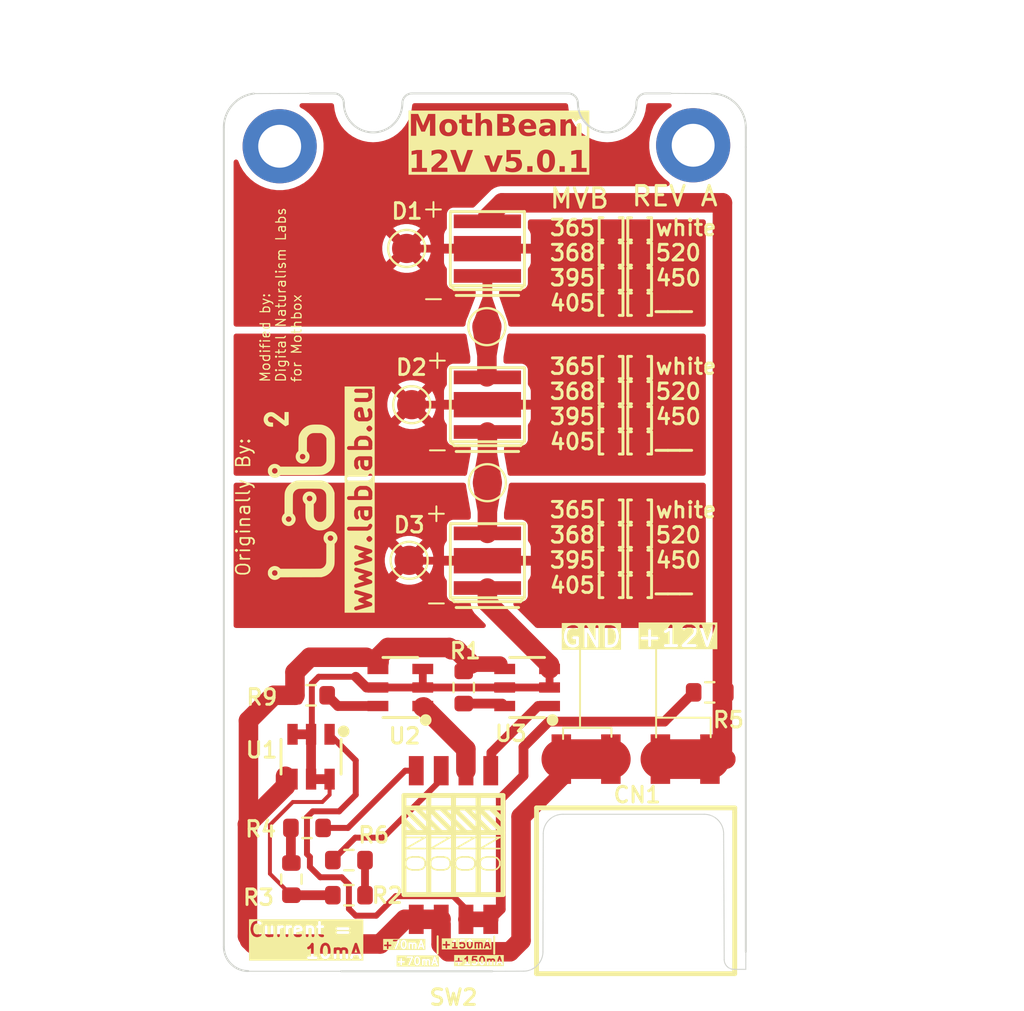
<source format=kicad_pcb>
(kicad_pcb (version 20241229) (generator "pcbnew") (generator_version "9.0")
  (layers (0 "F.Cu" signal) (2 "B.Cu" signal) (13 "F.Paste" user) (15 "B.Paste" user) (5 "F.SilkS" user "F.Silkscreen") (7 "B.SilkS" user "B.Silkscreen") (1 "F.Mask" user) (3 "B.Mask" user) (25 "Edge.Cuts" user))
  (net 0 "")
  (net 1 "/LED-")
  (net 2 "Net-(U3-REXT)")
  (net 3 "/LED+")
  (net 4 "EN")
  (net 5 "GND")
  (net 6 "Net-(R4-Pad2)")
  (net 7 "Net-(U2-REXT)")
  (net 8 "/T1")
  (net 9 "/T2")
  (net 10 "/T3")
  (net 11 "Net-(R6-Pad2)")
  (net 12 "Net-(R2-Pad2)")
  (net 13 "Net-(R3-Pad2)")
  (net 14 "Net-(U2-EN)")
  (net 15 "Net-(U3-EN)")
  (net 16 "Net-(D1--)")
  (net 17 "Net-(D2-A)")
  (footprint "MountingHole:MountingHole_2.2mm_M2_DIN965_Pad" (layer "F.Cu") (at 102.1 32.7)
    (property "Reference" "REF**" (hide yes))
    (property "Value" "MountingHole_2.2mm_M2_DIN965_Pad")
    (pad "1" thru_hole circle (at 0 0) (size 3.8 3.8) (drill 2.2) (layers "*.Cu" "*.Mask"))
  )
  (footprint "easyeda2kicad:SW-SMD_8P-L6.7-W5.4-P1.27-LS8.5" (layer "F.Cu") (at 111.011776 68.526537 180)
    (property "Reference" "SW2" (at 0 -7.81 0) (layer "F.SilkS") (effects (font (size 0.8 0.8))))
    (property "Value" "SW_DIP_x04")
    (fp_text user "ON" (at 1.91 -1.52 90) (layer "F.SilkS") (effects (font (thickness 0.08)) (justify left)))
    (fp_text user "ON" (at -0.64 -1.52 90) (layer "F.SilkS") (effects (font (thickness 0.08)) (justify left)))
    (fp_text user "ON" (at -1.91 -1.52 90) (layer "F.SilkS") (effects (font (thickness 0.08)) (justify left)))
    (fp_text user "ON" (at 0.63 -1.52 90) (layer "F.SilkS") (effects (font (thickness 0.08)) (justify left)))
    (pad "1" smd rect (at -1.91 3.81 90) (size 1.5 0.76) (layers "F.Cu" "F.Mask" "F.Paste") (net 15 "Net-(U3-EN)"))
    (pad "2" smd rect (at -0.64 3.81 90) (size 1.5 0.76) (layers "F.Cu" "F.Mask" "F.Paste") (net 14 "Net-(U2-EN)"))
    (pad "3" smd rect (at 0.63 3.81 90) (size 1.5 0.76) (layers "F.Cu" "F.Mask" "F.Paste") (net 11 "Net-(R6-Pad2)"))
    (pad "4" smd rect (at 1.91 3.81 90) (size 1.5 0.76) (layers "F.Cu" "F.Mask" "F.Paste") (net 6 "Net-(R4-Pad2)"))
    (pad "5" smd rect (at 1.91 -3.81 90) (size 1.5 0.76) (layers "F.Cu" "F.Mask" "F.Paste") (net 5 "GND"))
    (pad "6" smd rect (at 0.63 -3.81 90) (size 1.5 0.76) (layers "F.Cu" "F.Mask" "F.Paste") (net 5 "GND"))
    (pad "7" smd rect (at -0.64 -3.81 90) (size 1.5 0.76) (layers "F.Cu" "F.Mask" "F.Paste") (net 4 "EN"))
    (pad "8" smd rect (at -1.91 -3.81 90) (size 1.5 0.76) (layers "F.Cu" "F.Mask" "F.Paste") (net 4 "EN"))
  )
  (footprint "Resistor_SMD:R_0603_1608Metric" (layer "F.Cu") (at 105.65 69.3 180)
    (property "Reference" "R6" (at -1.272231 1.281084 180) (layer "F.SilkS") (effects (font (size 0.8 0.8))))
    (property "Value" "5.1 1/3 W")
    (pad "1" smd roundrect (at -0.825 0 180) (size 0.8 0.95) (layers "F.Cu" "F.Mask" "F.Paste") (net 12 "Net-(R2-Pad2)"))
    (pad "2" smd roundrect (at 0.825 0 180) (size 0.8 0.95) (layers "F.Cu" "F.Mask" "F.Paste") (net 11 "Net-(R6-Pad2)"))
  )
  (footprint "MountingHole:MountingHole_2.2mm_M2_DIN965_Pad" (layer "F.Cu") (at 123.3 32.65)
    (property "Reference" "REF**" (hide yes))
    (property "Value" "MountingHole_2.2mm_M2_DIN965_Pad")
    (pad "1" thru_hole circle (at 0 0) (size 3.8 3.8) (drill 2.2) (layers "*.Cu" "*.Mask"))
  )
  (footprint "Resistor_SMD:R_0603_1608Metric" (layer "F.Cu") (at 103.709107 60.85 180)
    (property "Reference" "R9" (at 2.520185 -0.097834 180) (layer "F.SilkS") (effects (font (size 0.8 0.8))))
    (property "Value" "5.1 1/3 W")
    (pad "1" smd roundrect (at -0.825 0 180) (size 0.8 0.95) (layers "F.Cu" "F.Mask" "F.Paste") (net 7 "Net-(U2-REXT)"))
    (pad "2" smd roundrect (at 0.825 0 180) (size 0.8 0.95) (layers "F.Cu" "F.Mask" "F.Paste") (net 5 "GND"))
  )
  (footprint "TestPoint:TestPoint_Pad_D1.5mm" (layer "F.Cu") (at 112.75 49.95)
    (property "Reference" "TP1" (hide yes))
    (property "Value" "LED2+")
    (pad "1" smd circle (at 0 0) (size 1.5 1.5) (layers "F.Cu" "F.Mask") (net 17 "Net-(D2-A)"))
  )
  (footprint "TestPoint:TestPoint_Pad_D1.5mm" (layer "F.Cu") (at 108.61 37.94)
    (property "Reference" "TP2" (hide yes))
    (property "Value" "LED2+")
    (pad "1" smd circle (at 0 0) (size 1.5 1.5) (layers "F.Cu" "F.Mask") (net 8 "/T1"))
  )
  (footprint "TestPoint:TestPoint_Pad_D1.5mm" (layer "F.Cu") (at 108.74 53.93)
    (property "Reference" "TP5" (hide yes))
    (property "Value" "LED2+")
    (pad "1" smd circle (at 0 0) (size 1.5 1.5) (layers "F.Cu" "F.Mask") (net 10 "/T3"))
  )
  (footprint "easyeda2kicad:SOT-23-6_L2.9-W1.6-P0.95-LS2.8-BL" (layer "F.Cu") (at 103.709107 64 180)
    (property "Reference" "U1" (at 2.537559 0.341874 0) (layer "F.SilkS") (effects (font (size 0.8 0.8))))
    (property "Value" "BCR421U")
    (pad "1" smd rect (at -0.95 1.15 180) (size 0.53 1.07) (layers "F.Cu" "F.Mask" "F.Paste") (net 4 "EN"))
    (pad "2" smd rect (at 0 1.15 180) (size 0.53 1.07) (layers "F.Cu" "F.Mask" "F.Paste") (net 1 "/LED-"))
    (pad "3" smd rect (at 0.95 1.15 180) (size 0.53 1.07) (layers "F.Cu" "F.Mask" "F.Paste") (net 1 "/LED-"))
    (pad "4" smd rect (at 0.95 -1.15 180) (size 0.53 1.07) (layers "F.Cu" "F.Mask" "F.Paste") (net 5 "GND"))
    (pad "5" smd rect (at 0 -1.15 180) (size 0.53 1.07) (layers "F.Cu" "F.Mask" "F.Paste") (net 1 "/LED-"))
    (pad "6" smd rect (at -0.95 -1.15 180) (size 0.53 1.07) (layers "F.Cu" "F.Mask" "F.Paste") (net 1 "/LED-"))
  )
  (footprint "TestPoint:TestPoint_Pad_D1.5mm" (layer "F.Cu") (at 112.7246 41.95)
    (property "Reference" "TP3" (hide yes))
    (property "Value" "LED2+" (hide yes))
    (pad "1" smd circle (at 0 0) (size 1.5 1.5) (layers "F.Cu" "F.Mask") (net 16 "Net-(D1--)"))
  )
  (footprint "Resistor_SMD:R_0603_1608Metric" (layer "F.Cu") (at 111.5375 60.45 90)
    (property "Reference" "R1" (at 1.875323 0.076744 180) (layer "F.SilkS") (effects (font (size 0.8 0.8))))
    (property "Value" "5.1 1/3 W")
    (pad "1" smd roundrect (at -0.825 0 90) (size 0.8 0.95) (layers "F.Cu" "F.Mask" "F.Paste") (net 2 "Net-(U3-REXT)"))
    (pad "2" smd roundrect (at 0.825 0 90) (size 0.8 0.95) (layers "F.Cu" "F.Mask" "F.Paste") (net 5 "GND"))
  )
  (footprint "Resistor_SMD:R_0603_1608Metric" (layer "F.Cu") (at 103.5 67.65)
    (property "Reference" "R4" (at -2.375421 0.061806 0) (layer "F.SilkS") (effects (font (size 0.8 0.8))))
    (property "Value" "5.1 1/3 W")
    (pad "1" smd roundrect (at -0.825 0) (size 0.8 0.95) (layers "F.Cu" "F.Mask" "F.Paste") (net 13 "Net-(R3-Pad2)"))
    (pad "2" smd roundrect (at 0.825 0) (size 0.8 0.95) (layers "F.Cu" "F.Mask" "F.Paste") (net 6 "Net-(R4-Pad2)"))
  )
  (footprint "easyeda2kicad:HDR-SMD_4P-P2.54-H-F" (layer "F.Cu") (at 120.35 64.1225)
    (property "Reference" "CN1" (at 0.079908 1.834649 0) (layer "F.SilkS") (effects (font (size 0.8 0.8))))
    (property "Value" "X6511FRS-04-C85D30")
    (pad "1" smd rect (at -3.81 0) (size 1 2.54) (layers "F.Cu" "F.Mask" "F.Paste") (net 5 "GND"))
    (pad "2" smd rect (at -1.27 0) (size 1 2.54) (layers "F.Cu" "F.Mask" "F.Paste") (net 5 "GND"))
    (pad "3" smd rect (at 1.27 0) (size 1 2.54) (layers "F.Cu" "F.Mask" "F.Paste") (net 3 "/LED+"))
    (pad "4" smd rect (at 3.81 0) (size 1 2.54) (layers "F.Cu" "F.Mask" "F.Paste") (net 3 "/LED+"))
  )
  (footprint "Resistor_SMD:R_0603_1608Metric" (layer "F.Cu") (at 124.15 60.7 180)
    (property "Reference" "R5" (at -0.957592 -1.409566 180) (layer "F.SilkS") (effects (font (size 0.8 0.8))))
    (property "Value" "5.1 1/3 W")
    (pad "1" smd roundrect (at -0.825 0 180) (size 0.8 0.95) (layers "F.Cu" "F.Mask" "F.Paste") (net 3 "/LED+"))
    (pad "2" smd roundrect (at 0.825 0 180) (size 0.8 0.95) (layers "F.Cu" "F.Mask" "F.Paste") (net 4 "EN"))
  )
  (footprint "easyeda2kicad:LED-SMD_3P-L3.5-W3.5-R-RD-C" (layer "F.Cu") (at 112.75 37.95 90)
    (property "Reference" "D1" (at 1.919026 -4.121881 180) (layer "F.SilkS") (effects (font (size 0.8 0.8))))
    (property "Value" "LED1")
    (pad "1" smd rect (at 1.4 0 90) (size 0.7 3.45) (layers "F.Cu" "F.Mask" "F.Paste") (net 3 "/LED+"))
    (pad "2" smd rect (at -1.4 0 90) (size 0.7 3.45) (layers "F.Cu" "F.Mask" "F.Paste") (net 16 "Net-(D1--)"))
    (pad "3" smd rect (at 0 0 90) (size 1.3 3.45) (layers "F.Cu" "F.Mask" "F.Paste") (net 8 "/T1"))
  )
  (footprint "easyeda2kicad:SOT-23-6_L2.9-W1.6-P0.95-LS2.8-BL" (layer "F.Cu") (at 108.2875 60.45 90)
    (property "Reference" "U2" (at -2.487745 0.215318 180) (layer "F.SilkS") (effects (font (size 0.8 0.8))))
    (property "Value" "BCR421U")
    (pad "1" smd rect (at -0.95 1.15 90) (size 0.53 1.07) (layers "F.Cu" "F.Mask" "F.Paste") (net 14 "Net-(U2-EN)"))
    (pad "2" smd rect (at 0 1.15 90) (size 0.53 1.07) (layers "F.Cu" "F.Mask" "F.Paste") (net 1 "/LED-"))
    (pad "3" smd rect (at 0.95 1.15 90) (size 0.53 1.07) (layers "F.Cu" "F.Mask" "F.Paste") (net 1 "/LED-"))
    (pad "4" smd rect (at 0.95 -1.15 90) (size 0.53 1.07) (layers "F.Cu" "F.Mask" "F.Paste") (net 5 "GND"))
    (pad "5" smd rect (at 0 -1.15 90) (size 0.53 1.07) (layers "F.Cu" "F.Mask" "F.Paste") (net 1 "/LED-"))
    (pad "6" smd rect (at -0.95 -1.15 90) (size 0.53 1.07) (layers "F.Cu" "F.Mask" "F.Paste") (net 7 "Net-(U2-REXT)"))
  )
  (footprint "LabLab:logo_10mm_5mm" (layer "F.Cu") (at 103.14542 50.763703 90)
    (property "Reference" "H1" (hide yes))
    (property "Value" "LabLab Logo" (hide yes))
  )
  (footprint "Resistor_SMD:R_0603_1608Metric" (layer "F.Cu") (at 102.7 70.275 90)
    (property "Reference" "R3" (at -0.940671 -1.684815 180) (layer "F.SilkS") (effects (font (size 0.8 0.8))))
    (property "Value" "5.1 1/3 W")
    (pad "1" smd roundrect (at -0.825 0 90) (size 0.8 0.95) (layers "F.Cu" "F.Mask" "F.Paste") (net 1 "/LED-"))
    (pad "2" smd roundrect (at 0.825 0 90) (size 0.8 0.95) (layers "F.Cu" "F.Mask" "F.Paste") (net 13 "Net-(R3-Pad2)"))
  )
  (footprint "easyeda2kicad:LED-SMD_3P-L3.5-W3.5-R-RD-C" (layer "F.Cu") (at 112.75 45.95 90)
    (property "Reference" "D2" (at 1.913241 -3.896718 180) (layer "F.SilkS") (effects (font (size 0.8 0.8))))
    (property "Value" "LED2")
    (pad "1" smd rect (at 1.4 0 90) (size 0.7 3.45) (layers "F.Cu" "F.Mask" "F.Paste") (net 16 "Net-(D1--)"))
    (pad "2" smd rect (at -1.4 0 90) (size 0.7 3.45) (layers "F.Cu" "F.Mask" "F.Paste") (net 17 "Net-(D2-A)"))
    (pad "3" smd rect (at 0 0 90) (size 1.3 3.45) (layers "F.Cu" "F.Mask" "F.Paste") (net 9 "/T2"))
  )
  (footprint "TestPoint:TestPoint_Pad_D1.5mm" (layer "F.Cu") (at 108.87 45.95)
    (property "Reference" "TP4" (hide yes))
    (property "Value" "LED2+")
    (pad "1" smd circle (at 0 0) (size 1.5 1.5) (layers "F.Cu" "F.Mask") (net 9 "/T2"))
  )
  (footprint "easyeda2kicad:LED-SMD_3P-L3.5-W3.5-R-RD-C" (layer "F.Cu") (at 112.75 53.95 90)
    (property "Reference" "D3" (at 1.833734 -4.01 180) (layer "F.SilkS") (effects (font (size 0.8 0.8))))
    (property "Value" "LED3")
    (pad "1" smd rect (at 1.4 0 90) (size 0.7 3.45) (layers "F.Cu" "F.Mask" "F.Paste") (net 17 "Net-(D2-A)"))
    (pad "2" smd rect (at -1.4 0 90) (size 0.7 3.45) (layers "F.Cu" "F.Mask" "F.Paste") (net 1 "/LED-"))
    (pad "3" smd rect (at 0 0 90) (size 1.3 3.45) (layers "F.Cu" "F.Mask" "F.Paste") (net 10 "/T3"))
  )
  (footprint "Resistor_SMD:R_0603_1608Metric" (layer "F.Cu") (at 105.65 71.1)
    (property "Reference" "R2" (at 1.967178 0.011429 180) (layer "F.SilkS") (effects (font (size 0.8 0.8))))
    (property "Value" "5.1 1/3 W")
    (pad "1" smd roundrect (at -0.825 0) (size 0.8 0.95) (layers "F.Cu" "F.Mask" "F.Paste") (net 1 "/LED-"))
    (pad "2" smd roundrect (at 0.825 0) (size 0.8 0.95) (layers "F.Cu" "F.Mask" "F.Paste") (net 12 "Net-(R2-Pad2)"))
  )
  (footprint "easyeda2kicad:SOT-23-6_L2.9-W1.6-P0.95-LS2.8-BL" (layer "F.Cu") (at 114.7875 60.45 90)
    (property "Reference" "U3" (at -2.362654 -0.830741 180) (layer "F.SilkS") (effects (font (size 0.8 0.8))))
    (property "Value" "BCR421U")
    (pad "1" smd rect (at -0.95 1.15 90) (size 0.53 1.07) (layers "F.Cu" "F.Mask" "F.Paste") (net 15 "Net-(U3-EN)"))
    (pad "2" smd rect (at 0 1.15 90) (size 0.53 1.07) (layers "F.Cu" "F.Mask" "F.Paste") (net 1 "/LED-"))
    (pad "3" smd rect (at 0.95 1.15 90) (size 0.53 1.07) (layers "F.Cu" "F.Mask" "F.Paste") (net 1 "/LED-"))
    (pad "4" smd rect (at 0.95 -1.15 90) (size 0.53 1.07) (layers "F.Cu" "F.Mask" "F.Paste") (net 5 "GND"))
    (pad "5" smd rect (at 0 -1.15 90) (size 0.53 1.07) (layers "F.Cu" "F.Mask" "F.Paste") (net 1 "/LED-"))
    (pad "6" smd rect (at -0.95 -1.15 90) (size 0.53 1.07) (layers "F.Cu" "F.Mask" "F.Paste") (net 2 "Net-(U3-REXT)"))
  )
  (gr_line (start 112.85 55.35) (end 112.8 55.4) (stroke (width 0.2)) (layer "F.Cu") (net 1))
  (gr_line (start 113.1 74.099667) (end 113.1 73.214897) (stroke (width 0.1)) (layer "F.SilkS"))
  (gr_line (start 121.4 62) (end 124.2 62) (stroke (width 0.1)) (layer "F.SilkS"))
  (gr_line (start 117.5 62.52) (end 116.63 62.52) (stroke (width 0.1)) (layer "F.SilkS"))
  (gr_line (start 116.63 62.52) (end 116.63 63.09) (stroke (width 0.1)) (layer "F.SilkS"))
  (gr_line (start 117.5 58.51) (end 117.5 61.61) (stroke (width 0.1)) (layer "F.SilkS"))
  (gr_line (start 110.199768 74.089612) (end 110.199768 73.204843) (stroke (width 0.1)) (layer "F.SilkS"))
  (gr_line (start 119.11 62.52) (end 119.11 62.98) (stroke (width 0.1)) (layer "F.SilkS"))
  (gr_line (start 124.2 62) (end 124.2 63) (stroke (width 0.1)) (layer "F.SilkS"))
  (gr_line (start 117.5 61.61) (end 117.5 62.52) (stroke (width 0.1)) (layer "F.SilkS"))
  (gr_line (start 121.4 58.41) (end 121.4 63.01) (stroke (width 0.1)) (layer "F.SilkS"))
  (gr_line (start 117.5 62.52) (end 119.11 62.52) (stroke (width 0.1)) (layer "F.SilkS"))
  (gr_arc (start 115.614656 67.947532) (mid 115.91033 67.240401) (end 116.61978 66.950292) (stroke (width 0.05)) (layer "Edge.Cuts"))
  (gr_arc (start 116.89 29.99) (mid 117.243553 30.136447) (end 117.39 30.49) (stroke (width 0.1)) (layer "Edge.Cuts"))
  (gr_line (start 99.237437 31.7374) (end 99.237437 73.750816) (stroke (width 0.1)) (layer "Edge.Cuts"))
  (gr_line (start 104.89 29.99) (end 103.64 29.99) (stroke (width 0.1)) (layer "Edge.Cuts"))
  (gr_arc (start 104.89 29.99) (mid 105.243553 30.136447) (end 105.39 30.49) (stroke (width 0.1)) (layer "Edge.Cuts"))
  (gr_line (start 124.25 30) (end 122.14 29.99) (stroke (width 0.05)) (layer "Edge.Cuts"))
  (gr_line (start 105.25 75) (end 100.4875 75) (stroke (width 0.05)) (layer "Edge.Cuts"))
  (gr_line (start 126 32.75) (end 126 31.75) (stroke (width 0.1)) (layer "Edge.Cuts"))
  (gr_line (start 105.25 75) (end 113 75) (stroke (width 0.1)) (layer "Edge.Cuts"))
  (gr_arc (start 125.392317 74.90042) (mid 125.039623 74.754788) (end 124.892322 74.402769) (stroke (width 0.05)) (layer "Edge.Cuts"))
  (gr_arc (start 120.39 30.49) (mid 120.536447 30.136447) (end 120.89 29.99) (stroke (width 0.1)) (layer "Edge.Cuts"))
  (gr_arc (start 108.39 30.49) (mid 106.89 31.99) (end 105.39 30.49) (stroke (width 0.1)) (layer "Edge.Cuts"))
  (gr_arc (start 123.868189 66.950292) (mid 124.582908 67.256157) (end 124.862278 67.991785) (stroke (width 0.05)) (layer "Edge.Cuts"))
  (gr_arc (start 120.39 30.49) (mid 118.89 31.99) (end 117.39 30.49) (stroke (width 0.1)) (layer "Edge.Cuts"))
  (gr_arc (start 115.598196 73.997873) (mid 115.306339 74.701232) (end 114.603839 74.995152) (stroke (width 0.05)) (layer "Edge.Cuts"))
  (gr_line (start 100.4875 74.987437) (end 100.4875 75) (stroke (width 0.05)) (layer "Edge.Cuts"))
  (gr_line (start 125.997069 74.901407) (end 125.392317 74.90042) (stroke (width 0.05)) (layer "Edge.Cuts"))
  (gr_arc (start 108.39 30.49) (mid 108.536447 30.136447) (end 108.89 29.99) (stroke (width 0.1)) (layer "Edge.Cuts"))
  (gr_line (start 126 74) (end 125.997069 74.901407) (stroke (width 0.05)) (layer "Edge.Cuts"))
  (gr_line (start 116.623431 66.950292) (end 123.868189 66.950292) (stroke (width 0.05)) (layer "Edge.Cuts"))
  (gr_line (start 120.89 29.99) (end 122.14 29.99) (stroke (width 0.1)) (layer "Edge.Cuts"))
  (gr_line (start 113 75) (end 114.607895 74.995152) (stroke (width 0.05)) (layer "Edge.Cuts"))
  (gr_line (start 108.89 29.99) (end 116.89 29.99) (stroke (width 0.1)) (layer "Edge.Cuts"))
  (gr_arc (start 124.25 30) (mid 125.487437 30.512563) (end 126 31.75) (stroke (width 0.1)) (layer "Edge.Cuts"))
  (gr_line (start 103.64 29.99) (end 100.778088 30) (stroke (width 0.05)) (layer "Edge.Cuts"))
  (gr_line (start 124.862278 68.00176) (end 124.892322 74.402769) (stroke (width 0.05)) (layer "Edge.Cuts"))
  (gr_line (start 126 74) (end 126 32.75) (stroke (width 0.1)) (layer "Edge.Cuts"))
  (gr_line (start 115.598196 73.997873) (end 115.614656 67.947532) (stroke (width 0.05)) (layer "Edge.Cuts"))
  (gr_arc (start 100.4875 74.987437) (mid 99.603554 74.62132) (end 99.237437 73.750816) (stroke (width 0.1)) (layer "Edge.Cuts"))
  (gr_arc (start 99.237437 31.7374) (mid 99.75 30.5) (end 100.778088 30) (stroke (width 0.1)) (layer "Edge.Cuts"))
  (gr_text "Originally By:" (at 100.64 54.808258 90) (layer "F.SilkS") (effects (font (size 0.7 0.7) (thickness 0.0875)) (justify left bottom)))
  (gr_text "+12V" (at 120.35 58.43 0) (layer "F.SilkS" knockout) (effects (font (size 1 1)) (justify left bottom)))
  (gr_text "[ ]white\n[ ]520\n[ ]450\n[ ]___" (at 119.62 41.21 0) (layer "F.SilkS") (effects (font (size 0.8 0.8)) (justify left bottom)))
  (gr_text "GND" (at 116.46 58.46 0) (layer "F.SilkS" knockout) (effects (font (size 1 1)) (justify left bottom)))
  (gr_text "-" (at 109.45 56.65 0) (layer "F.SilkS") (effects (font (size 1 1) (thickness 0.1)) (justify left bottom)))
  (gr_text "+70mA" (at 110.270147 74.723027 0) (layer "F.SilkS" knockout) (effects (font (size 0.4 0.4) (thickness 0.08) (bold yes)) (justify right bottom)))
  (gr_text "-" (at 109.3 41.05 0) (layer "F.SilkS") (effects (font (size 1 1) (thickness 0.1)) (justify left bottom)))
  (gr_text "+150mA" (at 112.964674 73.848311 0) (layer "F.SilkS" knockout) (effects (font (size 0.4 0.4) (thickness 0.08) (bold yes)) (justify right bottom)))
  (gr_text "[ ]white\n[ ]520\n[ ]450\n[ ]___" (at 119.62 55.68 0) (layer "F.SilkS") (effects (font (size 0.8 0.8)) (justify left bottom)))
  (gr_text "365[ ]\n368[ ]\n395[ ]\n405[ ]\n" (at 115.87 41.21 0) (layer "F.SilkS") (effects (font (size 0.8 0.8)) (justify left bottom)))
  (gr_text "[ ]white\n[ ]520\n[ ]450\n[ ]___" (at 119.62 48.32 0) (layer "F.SilkS") (effects (font (size 0.8 0.8)) (justify left bottom)))
  (gr_text "-" (at 109.5 48.8 0) (layer "F.SilkS") (effects (font (size 1 1) (thickness 0.1)) (justify left bottom)))
  (gr_text "+70mA" (at 109.576407 73.878474 0) (layer "F.SilkS" knockout) (effects (font (size 0.4 0.4) (thickness 0.08) (bold yes)) (justify right bottom)))
  (gr_text "+" (at 109.45 52.05 0) (layer "F.SilkS") (effects (font (size 1 1) (thickness 0.1)) (justify left bottom)))
  (gr_text "365[ ]\n368[ ]\n395[ ]\n405[ ]\n" (at 115.87 48.32 0) (layer "F.SilkS") (effects (font (size 0.8 0.8)) (justify left bottom)))
  (gr_text "Modified by: \nDigital Naturalism Labs\nfor Mothbox" (at 103.26 44.84 90) (layer "F.SilkS") (effects (font (size 0.5 0.5) (thickness 0.0625)) (justify left bottom)))
  (gr_text "+" (at 109.3 36.45 0) (layer "F.SilkS") (effects (font (size 1 1) (thickness 0.1)) (justify left bottom)))
  (gr_text "+" (at 109.5 44.2 0) (layer "F.SilkS") (effects (font (size 1 1) (thickness 0.1)) (justify left bottom)))
  (gr_text "REV A" (at 120.07 35.84 0) (layer "F.SilkS") (effects (font (size 1 1)) (justify left bottom)))
  (gr_text "365[ ]\n368[ ]\n395[ ]\n405[ ]\n" (at 115.87 55.68 0) (layer "F.SilkS") (effects (font (size 0.8 0.8)) (justify left bottom)))
  (gr_text "www.lablab.eu" (at 106.89542 50.763703 90) (layer "F.SilkS" knockout) (effects (font (size 1.1 1.1) (thickness 0.2) (bold yes)) (justify bottom)))
  (gr_text "MothBeam\n12V v5.0.1" (at 108.69 34.2 0) (layer "F.SilkS" knockout) (effects (font (size 1.1 1.1) (thickness 0.25) (bold yes)) (justify left bottom)))
  (gr_text "MVB" (at 115.87 35.96 0) (layer "F.SilkS") (effects (font (size 1 1)) (justify left bottom)))
  (gr_text "Current = \n10mA" (at 106.4 74.4 0) (layer "F.SilkS" knockout) (effects (font (size 0.7 0.7) (thickness 0.14) (bold yes)) (justify right bottom)))
  (gr_text "+150mA" (at 113.598089 74.702919 0) (layer "F.SilkS" knockout) (effects (font (size 0.4 0.4) (thickness 0.08) (bold yes)) (justify right bottom)))
  (segment (start 102.774879 66.321067) (end 104.288039 66.321067) (width 0.2032) (layer "F.Cu") (net 1))
  (segment (start 104.825 71.1) (end 102.7 71.1) (width 0.5) (layer "F.Cu") (net 1))
  (segment (start 103.75 60.25) (end 104.1 59.9) (width 0.3048) (layer "F.Cu") (net 1))
  (segment (start 102.7 71.1) (end 101.6 70) (width 0.2032) (layer "F.Cu") (net 1))
  (segment (start 109.4375 60.45) (end 109.4375 59.5) (width 0.4) (layer "F.Cu") (net 1))
  (segment (start 103.75 62.809107) (end 103.75 60.25) (width 0.3048) (layer "F.Cu") (net 1))
  (segment (start 109.4375 60.45) (end 113.6375 60.45) (width 0.4) (layer "F.Cu") (net 1))
  (segment (start 101.6 67.495946) (end 102.774879 66.321067) (width 0.2032) (layer "F.Cu") (net 1))
  (segment (start 115.9375 59.5) (end 115.9375 59.2875) (width 1) (layer "F.Cu") (net 1))
  (segment (start 112.75 56.1) (end 112.75 55.35) (width 1) (layer "F.Cu") (net 1))
  (segment (start 103.709107 65.15) (end 103.709107 62.85) (width 0.5) (layer "F.Cu") (net 1))
  (segment (start 106 59.9) (end 106.55 60.45) (width 0.5) (layer "F.Cu") (net 1))
  (segment (start 103.709107 65.15) (end 104.659107 65.15) (width 0.5) (layer "F.Cu") (net 1))
  (segment (start 104.288039 66.321067) (end 104.659107 65.949999) (width 0.2032) (layer "F.Cu") (net 1))
  (segment (start 104.1 59.9) (end 106 59.9) (width 0.3048) (layer "F.Cu") (net 1))
  (segment (start 115.9375 59.2875) (end 112.75 56.1) (width 1) (layer "F.Cu") (net 1))
  (segment (start 102.759107 62.85) (end 103.709107 62.85) (width 0.5) (layer "F.Cu") (net 1))
  (segment (start 104.659107 65.949999) (end 104.659107 65.15) (width 0.2032) (layer "F.Cu") (net 1))
  (segment (start 113.6375 60.45) (end 115.9375 60.45) (width 0.4) (layer "F.Cu") (net 1))
  (segment (start 115.9375 60.45) (end 115.9375 59.5) (width 0.4) (layer "F.Cu") (net 1))
  (segment (start 101.6 70) (end 101.6 67.495946) (width 0.2032) (layer "F.Cu") (net 1))
  (segment (start 106.55 60.45) (end 107.1375 60.45) (width 0.5) (layer "F.Cu") (net 1))
  (segment (start 107.1375 60.45) (end 109.4375 60.45) (width 0.4) (layer "F.Cu") (net 1))
  (segment (start 111.5375 61.275) (end 113.5125 61.275) (width 0.5) (layer "F.Cu") (net 2))
  (segment (start 124.9725 64.1225) (end 124.16 64.1225) (width 1) (layer "F.Cu") (net 3))
  (segment (start 124.16 64.1225) (end 121.62 64.1225) (width 2.032) (layer "F.Cu") (net 3))
  (segment (start 113.5 35.6) (end 124.8 35.6) (width 1) (layer "F.Cu") (net 3))
  (segment (start 124.8 63.95) (end 124.9725 64.1225) (width 1) (layer "F.Cu") (net 3))
  (segment (start 124.8 35.6) (end 124.8 63.95) (width 1) (layer "F.Cu") (net 3))
  (segment (start 112.75 36.35) (end 113.5 35.6) (width 1) (layer "F.Cu") (net 3))
  (segment (start 111.646776 71.796776) (end 111 71.15) (width 0.3048) (layer "F.Cu") (net 4))
  (segment (start 106 72.15) (end 105.65 71.8) (width 0.3048) (layer "F.Cu") (net 4))
  (segment (start 103.65 69.136832) (end 103.5 68.986832) (width 0.3048) (layer "F.Cu") (net 4))
  (segment (start 107.05 72.15) (end 106 72.15) (width 0.3048) (layer "F.Cu") (net 4))
  (segment (start 103.65 69.65) (end 103.65 69.136832) (width 0.3048) (layer "F.Cu") (net 4))
  (segment (start 106 65.95) (end 106 64.190893) (width 0.3048) (layer "F.Cu") (net 4))
  (segment (start 113.435109 66.140746) (end 114.6 64.975855) (width 0.5) (layer "F.Cu") (net 4))
  (segment (start 112.916776 72.336537) (end 111.646776 72.336537) (width 0.8) (layer "F.Cu") (net 4))
  (segment (start 113.435109 71.818204) (end 113.435109 66.140746) (width 0.5) (layer "F.Cu") (net 4))
  (segment (start 114.6 63.5) (end 115.9 62.2) (width 0.5) (layer "F.Cu") (net 4))
  (segment (start 105.15 66.8) (end 106 65.95) (width 0.3048) (layer "F.Cu") (net 4))
  (segment (start 112.916776 72.336537) (end 113.435109 71.818204) (width 0.5) (layer "F.Cu") (net 4))
  (segment (start 103.5 67.1) (end 103.8 66.8) (width 0.3048) (layer "F.Cu") (net 4))
  (segment (start 103.5 68.986832) (end 103.5 67.1) (width 0.3048) (layer "F.Cu") (net 4))
  (segment (start 121.825 62.2) (end 123.325 60.7) (width 0.5) (layer "F.Cu") (net 4))
  (segment (start 105.65 70.55) (end 105.280199 70.180199) (width 0.3048) (layer "F.Cu") (net 4))
  (segment (start 108.05 71.15) (end 107.05 72.15) (width 0.3048) (layer "F.Cu") (net 4))
  (segment (start 103.8 66.8) (end 105.15 66.8) (width 0.3048) (layer "F.Cu") (net 4))
  (segment (start 104.180199 70.180199) (end 103.65 69.65) (width 0.3048) (layer "F.Cu") (net 4))
  (segment (start 106 64.190893) (end 104.659107 62.85) (width 0.3048) (layer "F.Cu") (net 4))
  (segment (start 105.280199 70.180199) (end 104.180199 70.180199) (width 0.3048) (layer "F.Cu") (net 4))
  (segment (start 105.65 71.8) (end 105.65 70.55) (width 0.3048) (layer "F.Cu") (net 4))
  (segment (start 111.646776 72.336537) (end 111.646776 71.796776) (width 0.3048) (layer "F.Cu") (net 4))
  (segment (start 115.9 62.2) (end 121.825 62.2) (width 0.5) (layer "F.Cu") (net 4))
  (segment (start 114.6 64.975855) (end 114.6 63.5) (width 0.5) (layer "F.Cu") (net 4))
  (segment (start 111 71.15) (end 108.05 71.15) (width 0.3048) (layer "F.Cu") (net 4))
  (segment (start 116.54 65.01) (end 114.475474 67.074526) (width 1) (layer "F.Cu") (net 5))
  (segment (start 113.9 74) (end 110.75 74) (width 1) (layer "F.Cu") (net 5))
  (segment (start 107.25 73.6) (end 100.75 73.6) (width 1) (layer "F.Cu") (net 5))
  (segment (start 114.475474 73.424526) (end 113.9 74) (width 1) (layer "F.Cu") (net 5))
  (segment (start 100.45 67.459107) (end 102.4 65.509107) (width 1) (layer "F.Cu") (net 5))
  (segment (start 103.65 58.9) (end 106.5375 58.9) (width 1) (layer "F.Cu") (net 5))
  (segment (start 110.918187 58.518187) (end 110.8 58.4) (width 1) (layer "F.Cu") (net 5))
  (segment (start 110.75 74) (end 110.376776 73.626776) (width 1) (layer "F.Cu") (net 5))
  (segment (start 100.75 73.6) (end 100.55 73.4) (width 1) (layer "F.Cu") (net 5))
  (segment (start 119.08 64.1225) (end 116.54 64.1225) (width 2.032) (layer "F.Cu") (net 5))
  (segment (start 102.884107 59.665893) (end 103.65 58.9) (width 1) (layer "F.Cu") (net 5))
  (segment (start 100.55 73.3) (end 100.45 73.2) (width 1) (layer "F.Cu") (net 5))
  (segment (start 109.106776 72.336537) (end 108.513463 72.336537) (width 1) (layer "F.Cu") (net 5))
  (segment (start 108.513463 72.336537) (end 107.25 73.6) (width 1) (layer "F.Cu") (net 5))
  (segment (start 100.5 62.15) (end 100.5 67.409107) (width 1) (layer "F.Cu") (net 5))
  (segment (start 100.5 67.409107) (end 100.45 67.459107) (width 1) (layer "F.Cu") (net 5))
  (segment (start 100.55 73.4) (end 100.55 73.3) (width 1) (layer "F.Cu") (net 5))
  (segment (start 110.376776 73.626776) (end 110.376776 72.591537) (width 1) (layer "F.Cu") (net 5))
  (segment (start 102.884107 60.85) (end 102.884107 59.665893) (width 1) (layer "F.Cu") (net 5))
  (segment (start 101.8 60.85) (end 100.5 62.15) (width 1) (layer "F.Cu") (net 5))
  (segment (start 100.45 73.2) (end 100.45 67.459107) (width 1) (layer "F.Cu") (net 5))
  (segment (start 107.65 58.4) (end 107.2 58.85) (width 1) (layer "F.Cu") (net 5))
  (segment (start 107.2 58.85) (end 107.2 59.15) (width 1) (layer "F.Cu") (net 5))
  (segment (start 109.106776 72.336537) (end 110.376776 72.336537) (width 1) (layer "F.Cu") (net 5))
  (segment (start 102.884107 60.85) (end 101.8 60.85) (width 1) (layer "F.Cu") (net 5))
  (segment (start 114.475474 67.074526) (end 114.475474 73.424526) (width 1) (layer "F.Cu") (net 5))
  (segment (start 102.4 65.509107) (end 102.4 65) (width 1) (layer "F.Cu") (net 5))
  (segment (start 111.180687 58.518187) (end 110.918187 58.518187) (width 1) (layer "F.Cu") (net 5))
  (segment (start 116.54 64.1225) (end 116.54 65.01) (width 1) (layer "F.Cu") (net 5))
  (segment (start 111.9125 59.25) (end 113.3875 59.25) (width 0.8) (layer "F.Cu") (net 5))
  (segment (start 111.9125 59.25) (end 111.180687 58.518187) (width 1) (layer "F.Cu") (net 5))
  (segment (start 110.8 58.4) (end 107.65 58.4) (width 1) (layer "F.Cu") (net 5))
  (segment (start 104.325 67.65) (end 105.6 67.65) (width 0.3048) (layer "F.Cu") (net 6))
  (segment (start 105.6 67.65) (end 108.533463 64.716537) (width 0.3048) (layer "F.Cu") (net 6))
  (segment (start 108.533463 64.716537) (end 109.106776 64.716537) (width 0.3048) (layer "F.Cu") (net 6))
  (segment (start 105.084107 61.4) (end 104.534107 60.85) (width 0.5) (layer "F.Cu") (net 7))
  (segment (start 107.1375 61.4) (end 105.084107 61.4) (width 0.5) (layer "F.Cu") (net 7))
  (segment (start 116.25 37.95) (end 112.75 37.95) (width 0.4) (layer "F.Cu") (net 8))
  (segment (start 112.75 37.95) (end 108.5 37.95) (width 0.4) (layer "F.Cu") (net 8))
  (segment (start 116.25 45.95) (end 112.75 45.95) (width 0.4) (layer "F.Cu") (net 9))
  (segment (start 112.75 45.95) (end 109.5 45.95) (width 0.4) (layer "F.Cu") (net 9))
  (segment (start 116.25 53.95) (end 112.75 53.95) (width 0.4) (layer "F.Cu") (net 10))
  (segment (start 112.75 53.95) (end 109.25 53.95) (width 0.4) (layer "F.Cu") (net 10))
  (segment (start 110.376776 65.173224) (end 107.4 68.15) (width 0.3048) (layer "F.Cu") (net 11))
  (segment (start 105.975 68.15) (end 104.825 69.3) (width 0.3048) (layer "F.Cu") (net 11))
  (segment (start 110.376776 64.971537) (end 110.376776 65.173224) (width 0.3048) (layer "F.Cu") (net 11))
  (segment (start 107.4 68.15) (end 105.975 68.15) (width 0.3048) (layer "F.Cu") (net 11))
  (segment (start 106.475 71.1) (end 106.475 69.5) (width 0.4) (layer "F.Cu") (net 12))
  (segment (start 102.675 67.65) (end 102.675 69.425) (width 0.5) (layer "F.Cu") (net 13))
  (segment (start 102.675 69.425) (end 102.7 69.45) (width 0.5) (layer "F.Cu") (net 13))
  (segment (start 111.646776 64.716537) (end 111.646776 63.609276) (width 1) (layer "F.Cu") (net 14))
  (segment (start 111.646776 63.609276) (end 109.4885 61.451) (width 1) (layer "F.Cu") (net 14))
  (segment (start 109.4885 61.451) (end 109.4375 61.451) (width 1) (layer "F.Cu") (net 14))
  (segment (start 112.954276 63.795724) (end 112.954276 64.679037) (width 0.5) (layer "F.Cu") (net 15))
  (segment (start 112.954276 63.795724) (end 115.35 61.4) (width 0.5) (layer "F.Cu") (net 15))
  (segment (start 112.954276 64.679037) (end 112.916776 64.716537) (width 0.5) (layer "F.Cu") (net 15))
  (segment (start 115.35 61.4) (end 115.65 61.4) (width 0.5) (layer "F.Cu") (net 15))
  (segment (start 112.75 39.335) (end 112.75 41.9246) (width 0.5) (layer "F.Cu") (net 16))
  (segment (start 112.7246 41.95) (end 112.7246 44.5246) (width 1) (layer "F.Cu") (net 16))
  (segment (start 112.6088 49.4038) (end 112.7246 49.288) (width 0.25) (layer "F.Cu") (net 17))
  (segment (start 112.75 47.35) (end 112.75 49.95) (width 1) (layer "F.Cu") (net 17))
  (segment (start 112.75 49.95) (end 112.75 52.55) (width 1) (layer "F.Cu") (net 17))
  (zone (net 9) (net_name "/T2") (layer "F.Cu") (connect_pads (clearance 0.35)) (min_thickness 0.25) (fill yes (thermal_gap 0.5) (thermal_bridge_width 0.5) (smoothing chamfer))
    (polygon (pts (xy 124.35 41.95) (xy 124.35 49.95) (xy 99.6 49.95) (xy 99.6 41.95)))
  )
  (zone (net 8) (net_name "/T1") (layer "F.Cu") (connect_pads (clearance 0.35)) (min_thickness 0.25) (fill yes (thermal_gap 0.5) (thermal_bridge_width 0.5) (smoothing chamfer))
    (polygon (pts (xy 126.85 28.9) (xy 126.85 41.95) (xy 98 41.95) (xy 98 28.9)))
  )
  (zone (net 10) (net_name "/T3") (layer "F.Cu") (connect_pads (clearance 0.35)) (min_thickness 0.25) (fill yes (thermal_gap 0.5) (thermal_bridge_width 0.5) (smoothing chamfer))
    (polygon (pts (xy 124.4 49.95) (xy 124.4 57.4) (xy 99.6 57.4) (xy 99.6 49.95)))
  )
)
</source>
